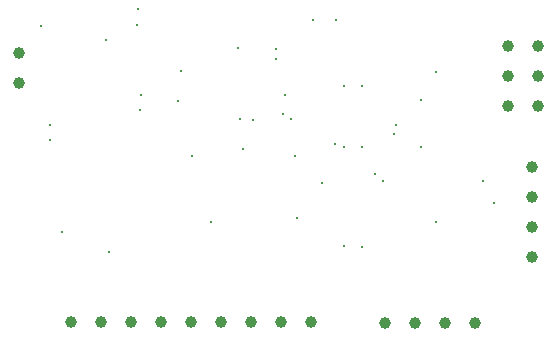
<source format=gbr>
%TF.GenerationSoftware,KiCad,Pcbnew,9.0.4*%
%TF.CreationDate,2025-12-07T20:09:51+03:30*%
%TF.ProjectId,MCU_Datalogger003_4Layer,4d43555f-4461-4746-916c-6f6767657230,2*%
%TF.SameCoordinates,Original*%
%TF.FileFunction,Plated,1,4,PTH,Drill*%
%TF.FilePolarity,Positive*%
%FSLAX46Y46*%
G04 Gerber Fmt 4.6, Leading zero omitted, Abs format (unit mm)*
G04 Created by KiCad (PCBNEW 9.0.4) date 2025-12-07 20:09:51*
%MOMM*%
%LPD*%
G01*
G04 APERTURE LIST*
%TA.AperFunction,ViaDrill*%
%ADD10C,0.300000*%
%TD*%
%TA.AperFunction,ComponentDrill*%
%ADD11C,1.000000*%
%TD*%
G04 APERTURE END LIST*
D10*
X105206800Y-95961200D03*
X105968800Y-104394000D03*
X105968800Y-105613200D03*
X106984800Y-113436400D03*
X110693200Y-97180400D03*
X110947200Y-115112800D03*
X113334800Y-95910400D03*
X113385600Y-94589600D03*
X113588800Y-103124000D03*
X113639600Y-101803200D03*
X116779600Y-102319273D03*
X117094000Y-99771200D03*
X117998800Y-106984800D03*
X119613600Y-112623600D03*
X121920000Y-97817800D03*
X122021600Y-103886000D03*
X122275600Y-106375200D03*
X123139200Y-103936800D03*
X125120400Y-97955197D03*
X125120400Y-98755200D03*
X125669200Y-103479600D03*
X125831600Y-101854000D03*
X126390400Y-103835200D03*
X126695200Y-106984800D03*
X126847600Y-112217200D03*
X128267900Y-95451100D03*
X129032000Y-109270800D03*
X130079450Y-105969985D03*
X130200400Y-95453200D03*
X130819600Y-101092000D03*
X130819600Y-106273600D03*
X130819600Y-114604800D03*
X132420600Y-101092000D03*
X132420600Y-106273600D03*
X132420600Y-114706400D03*
X133502400Y-108559600D03*
X134183729Y-109159600D03*
X135072706Y-105127667D03*
X135229600Y-104343200D03*
X137363200Y-102260400D03*
X137414000Y-106273600D03*
X138633200Y-99872800D03*
X138633200Y-112623600D03*
X142646400Y-109159600D03*
X143572592Y-110994721D03*
D11*
%TO.C,BT1*%
X103360700Y-98287000D03*
X103360700Y-100827000D03*
%TO.C,J3*%
X107780300Y-121096200D03*
X110320300Y-121096200D03*
X112860300Y-121096200D03*
X115400300Y-121096200D03*
X117940300Y-121096200D03*
X120480300Y-121096200D03*
X123020300Y-121096200D03*
X125560300Y-121096200D03*
X128100300Y-121096200D03*
%TO.C,J2*%
X134348700Y-121147000D03*
X136888700Y-121147000D03*
X139428700Y-121147000D03*
X141968700Y-121147000D03*
%TO.C,J4*%
X144780000Y-97688400D03*
X144780000Y-100228400D03*
X144780000Y-102768400D03*
%TO.C,J1*%
X146773900Y-107903000D03*
X146773900Y-110443000D03*
X146773900Y-112983000D03*
X146773900Y-115523000D03*
%TO.C,J4*%
X147320000Y-97688400D03*
X147320000Y-100228400D03*
X147320000Y-102768400D03*
M02*

</source>
